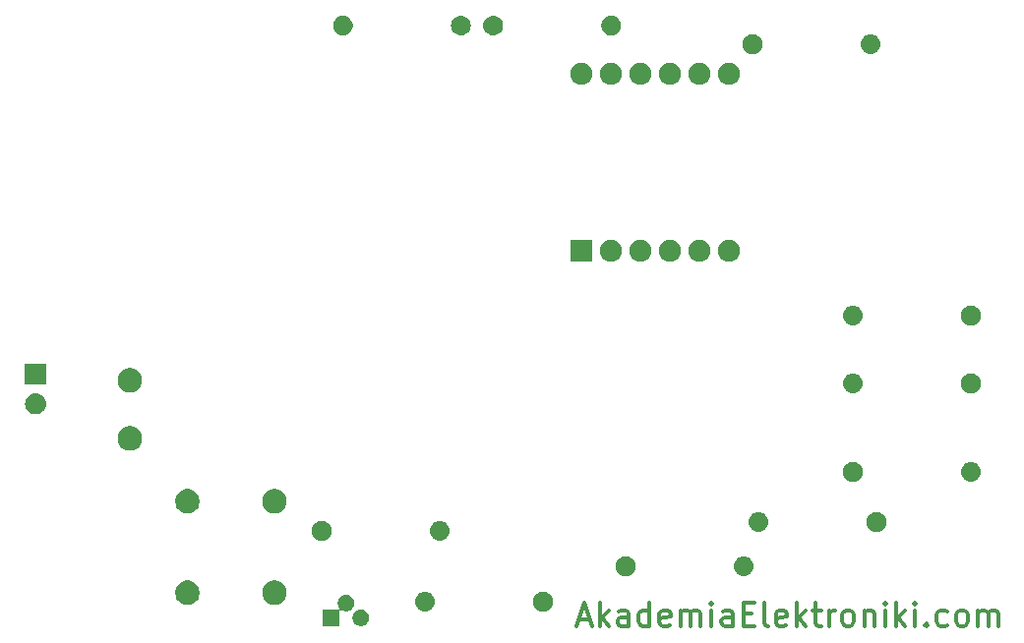
<source format=gbr>
G04 #@! TF.GenerationSoftware,KiCad,Pcbnew,5.1.2-1.fc30*
G04 #@! TF.CreationDate,2019-08-07T12:15:18+02:00*
G04 #@! TF.ProjectId,term,7465726d-2e6b-4696-9361-645f70636258,rev?*
G04 #@! TF.SameCoordinates,Original*
G04 #@! TF.FileFunction,Soldermask,Top*
G04 #@! TF.FilePolarity,Negative*
%FSLAX46Y46*%
G04 Gerber Fmt 4.6, Leading zero omitted, Abs format (unit mm)*
G04 Created by KiCad (PCBNEW 5.1.2-1.fc30) date 2019-08-07 12:15:18*
%MOMM*%
%LPD*%
G04 APERTURE LIST*
%ADD10C,0.300000*%
%ADD11C,0.100000*%
G04 APERTURE END LIST*
D10*
X182904761Y-125733333D02*
X183857142Y-125733333D01*
X182714285Y-126304761D02*
X183380952Y-124304761D01*
X184047619Y-126304761D01*
X184714285Y-126304761D02*
X184714285Y-124304761D01*
X184904761Y-125542857D02*
X185476190Y-126304761D01*
X185476190Y-124971428D02*
X184714285Y-125733333D01*
X187190476Y-126304761D02*
X187190476Y-125257142D01*
X187095238Y-125066666D01*
X186904761Y-124971428D01*
X186523809Y-124971428D01*
X186333333Y-125066666D01*
X187190476Y-126209523D02*
X187000000Y-126304761D01*
X186523809Y-126304761D01*
X186333333Y-126209523D01*
X186238095Y-126019047D01*
X186238095Y-125828571D01*
X186333333Y-125638095D01*
X186523809Y-125542857D01*
X187000000Y-125542857D01*
X187190476Y-125447619D01*
X189000000Y-126304761D02*
X189000000Y-124304761D01*
X189000000Y-126209523D02*
X188809523Y-126304761D01*
X188428571Y-126304761D01*
X188238095Y-126209523D01*
X188142857Y-126114285D01*
X188047619Y-125923809D01*
X188047619Y-125352380D01*
X188142857Y-125161904D01*
X188238095Y-125066666D01*
X188428571Y-124971428D01*
X188809523Y-124971428D01*
X189000000Y-125066666D01*
X190714285Y-126209523D02*
X190523809Y-126304761D01*
X190142857Y-126304761D01*
X189952380Y-126209523D01*
X189857142Y-126019047D01*
X189857142Y-125257142D01*
X189952380Y-125066666D01*
X190142857Y-124971428D01*
X190523809Y-124971428D01*
X190714285Y-125066666D01*
X190809523Y-125257142D01*
X190809523Y-125447619D01*
X189857142Y-125638095D01*
X191666666Y-126304761D02*
X191666666Y-124971428D01*
X191666666Y-125161904D02*
X191761904Y-125066666D01*
X191952380Y-124971428D01*
X192238095Y-124971428D01*
X192428571Y-125066666D01*
X192523809Y-125257142D01*
X192523809Y-126304761D01*
X192523809Y-125257142D02*
X192619047Y-125066666D01*
X192809523Y-124971428D01*
X193095238Y-124971428D01*
X193285714Y-125066666D01*
X193380952Y-125257142D01*
X193380952Y-126304761D01*
X194333333Y-126304761D02*
X194333333Y-124971428D01*
X194333333Y-124304761D02*
X194238095Y-124400000D01*
X194333333Y-124495238D01*
X194428571Y-124400000D01*
X194333333Y-124304761D01*
X194333333Y-124495238D01*
X196142857Y-126304761D02*
X196142857Y-125257142D01*
X196047619Y-125066666D01*
X195857142Y-124971428D01*
X195476190Y-124971428D01*
X195285714Y-125066666D01*
X196142857Y-126209523D02*
X195952380Y-126304761D01*
X195476190Y-126304761D01*
X195285714Y-126209523D01*
X195190476Y-126019047D01*
X195190476Y-125828571D01*
X195285714Y-125638095D01*
X195476190Y-125542857D01*
X195952380Y-125542857D01*
X196142857Y-125447619D01*
X197095238Y-125257142D02*
X197761904Y-125257142D01*
X198047619Y-126304761D02*
X197095238Y-126304761D01*
X197095238Y-124304761D01*
X198047619Y-124304761D01*
X199190476Y-126304761D02*
X199000000Y-126209523D01*
X198904761Y-126019047D01*
X198904761Y-124304761D01*
X200714285Y-126209523D02*
X200523809Y-126304761D01*
X200142857Y-126304761D01*
X199952380Y-126209523D01*
X199857142Y-126019047D01*
X199857142Y-125257142D01*
X199952380Y-125066666D01*
X200142857Y-124971428D01*
X200523809Y-124971428D01*
X200714285Y-125066666D01*
X200809523Y-125257142D01*
X200809523Y-125447619D01*
X199857142Y-125638095D01*
X201666666Y-126304761D02*
X201666666Y-124304761D01*
X201857142Y-125542857D02*
X202428571Y-126304761D01*
X202428571Y-124971428D02*
X201666666Y-125733333D01*
X203000000Y-124971428D02*
X203761904Y-124971428D01*
X203285714Y-124304761D02*
X203285714Y-126019047D01*
X203380952Y-126209523D01*
X203571428Y-126304761D01*
X203761904Y-126304761D01*
X204428571Y-126304761D02*
X204428571Y-124971428D01*
X204428571Y-125352380D02*
X204523809Y-125161904D01*
X204619047Y-125066666D01*
X204809523Y-124971428D01*
X205000000Y-124971428D01*
X205952380Y-126304761D02*
X205761904Y-126209523D01*
X205666666Y-126114285D01*
X205571428Y-125923809D01*
X205571428Y-125352380D01*
X205666666Y-125161904D01*
X205761904Y-125066666D01*
X205952380Y-124971428D01*
X206238095Y-124971428D01*
X206428571Y-125066666D01*
X206523809Y-125161904D01*
X206619047Y-125352380D01*
X206619047Y-125923809D01*
X206523809Y-126114285D01*
X206428571Y-126209523D01*
X206238095Y-126304761D01*
X205952380Y-126304761D01*
X207476190Y-124971428D02*
X207476190Y-126304761D01*
X207476190Y-125161904D02*
X207571428Y-125066666D01*
X207761904Y-124971428D01*
X208047619Y-124971428D01*
X208238095Y-125066666D01*
X208333333Y-125257142D01*
X208333333Y-126304761D01*
X209285714Y-126304761D02*
X209285714Y-124971428D01*
X209285714Y-124304761D02*
X209190476Y-124400000D01*
X209285714Y-124495238D01*
X209380952Y-124400000D01*
X209285714Y-124304761D01*
X209285714Y-124495238D01*
X210238095Y-126304761D02*
X210238095Y-124304761D01*
X210428571Y-125542857D02*
X211000000Y-126304761D01*
X211000000Y-124971428D02*
X210238095Y-125733333D01*
X211857142Y-126304761D02*
X211857142Y-124971428D01*
X211857142Y-124304761D02*
X211761904Y-124400000D01*
X211857142Y-124495238D01*
X211952380Y-124400000D01*
X211857142Y-124304761D01*
X211857142Y-124495238D01*
X212809523Y-126114285D02*
X212904761Y-126209523D01*
X212809523Y-126304761D01*
X212714285Y-126209523D01*
X212809523Y-126114285D01*
X212809523Y-126304761D01*
X214619047Y-126209523D02*
X214428571Y-126304761D01*
X214047619Y-126304761D01*
X213857142Y-126209523D01*
X213761904Y-126114285D01*
X213666666Y-125923809D01*
X213666666Y-125352380D01*
X213761904Y-125161904D01*
X213857142Y-125066666D01*
X214047619Y-124971428D01*
X214428571Y-124971428D01*
X214619047Y-125066666D01*
X215761904Y-126304761D02*
X215571428Y-126209523D01*
X215476190Y-126114285D01*
X215380952Y-125923809D01*
X215380952Y-125352380D01*
X215476190Y-125161904D01*
X215571428Y-125066666D01*
X215761904Y-124971428D01*
X216047619Y-124971428D01*
X216238095Y-125066666D01*
X216333333Y-125161904D01*
X216428571Y-125352380D01*
X216428571Y-125923809D01*
X216333333Y-126114285D01*
X216238095Y-126209523D01*
X216047619Y-126304761D01*
X215761904Y-126304761D01*
X217285714Y-126304761D02*
X217285714Y-124971428D01*
X217285714Y-125161904D02*
X217380952Y-125066666D01*
X217571428Y-124971428D01*
X217857142Y-124971428D01*
X218047619Y-125066666D01*
X218142857Y-125257142D01*
X218142857Y-126304761D01*
X218142857Y-125257142D02*
X218238095Y-125066666D01*
X218428571Y-124971428D01*
X218714285Y-124971428D01*
X218904761Y-125066666D01*
X219000000Y-125257142D01*
X219000000Y-126304761D01*
D11*
G36*
X163074473Y-123655938D02*
G01*
X163202049Y-123708782D01*
X163316859Y-123785495D01*
X163414505Y-123883141D01*
X163491218Y-123997951D01*
X163544062Y-124125527D01*
X163571000Y-124260956D01*
X163571000Y-124399044D01*
X163544062Y-124534473D01*
X163491218Y-124662049D01*
X163414505Y-124776859D01*
X163316859Y-124874505D01*
X163202049Y-124951218D01*
X163074473Y-125004062D01*
X162939044Y-125031000D01*
X162800956Y-125031000D01*
X162665527Y-125004062D01*
X162537951Y-124951218D01*
X162495444Y-124922816D01*
X162473833Y-124911265D01*
X162450384Y-124904152D01*
X162425998Y-124901750D01*
X162401612Y-124904152D01*
X162378163Y-124911265D01*
X162356553Y-124922817D01*
X162337611Y-124938362D01*
X162322066Y-124957304D01*
X162310515Y-124978915D01*
X162303402Y-125002364D01*
X162301000Y-125026749D01*
X162301000Y-126301000D01*
X160899000Y-126301000D01*
X160899000Y-124899000D01*
X162173251Y-124899000D01*
X162197637Y-124896598D01*
X162221086Y-124889485D01*
X162242697Y-124877934D01*
X162261639Y-124862389D01*
X162277184Y-124843447D01*
X162288735Y-124821836D01*
X162295848Y-124798387D01*
X162298250Y-124774001D01*
X162295848Y-124749615D01*
X162288735Y-124726166D01*
X162277184Y-124704556D01*
X162248782Y-124662049D01*
X162195938Y-124534473D01*
X162169000Y-124399044D01*
X162169000Y-124260956D01*
X162195938Y-124125527D01*
X162248782Y-123997951D01*
X162325495Y-123883141D01*
X162423141Y-123785495D01*
X162537951Y-123708782D01*
X162665527Y-123655938D01*
X162800956Y-123629000D01*
X162939044Y-123629000D01*
X163074473Y-123655938D01*
X163074473Y-123655938D01*
G37*
G36*
X164344473Y-124925938D02*
G01*
X164472049Y-124978782D01*
X164586859Y-125055495D01*
X164684505Y-125153141D01*
X164761218Y-125267951D01*
X164814062Y-125395527D01*
X164841000Y-125530956D01*
X164841000Y-125669044D01*
X164814062Y-125804473D01*
X164761218Y-125932049D01*
X164684505Y-126046859D01*
X164586859Y-126144505D01*
X164472049Y-126221218D01*
X164344473Y-126274062D01*
X164209044Y-126301000D01*
X164070956Y-126301000D01*
X163935527Y-126274062D01*
X163807951Y-126221218D01*
X163693141Y-126144505D01*
X163595495Y-126046859D01*
X163518782Y-125932049D01*
X163465938Y-125804473D01*
X163439000Y-125669044D01*
X163439000Y-125530956D01*
X163465938Y-125395527D01*
X163518782Y-125267951D01*
X163595495Y-125153141D01*
X163693141Y-125055495D01*
X163807951Y-124978782D01*
X163935527Y-124925938D01*
X164070956Y-124899000D01*
X164209044Y-124899000D01*
X164344473Y-124925938D01*
X164344473Y-124925938D01*
G37*
G36*
X180080228Y-123387703D02*
G01*
X180235100Y-123451853D01*
X180374481Y-123544985D01*
X180493015Y-123663519D01*
X180586147Y-123802900D01*
X180650297Y-123957772D01*
X180683000Y-124122184D01*
X180683000Y-124289816D01*
X180650297Y-124454228D01*
X180586147Y-124609100D01*
X180493015Y-124748481D01*
X180374481Y-124867015D01*
X180235100Y-124960147D01*
X180080228Y-125024297D01*
X179915816Y-125057000D01*
X179748184Y-125057000D01*
X179583772Y-125024297D01*
X179428900Y-124960147D01*
X179289519Y-124867015D01*
X179170985Y-124748481D01*
X179077853Y-124609100D01*
X179013703Y-124454228D01*
X178981000Y-124289816D01*
X178981000Y-124122184D01*
X179013703Y-123957772D01*
X179077853Y-123802900D01*
X179170985Y-123663519D01*
X179289519Y-123544985D01*
X179428900Y-123451853D01*
X179583772Y-123387703D01*
X179748184Y-123355000D01*
X179915816Y-123355000D01*
X180080228Y-123387703D01*
X180080228Y-123387703D01*
G37*
G36*
X169838823Y-123367313D02*
G01*
X169999242Y-123415976D01*
X170066361Y-123451852D01*
X170147078Y-123494996D01*
X170276659Y-123601341D01*
X170383004Y-123730922D01*
X170383005Y-123730924D01*
X170462024Y-123878758D01*
X170510687Y-124039177D01*
X170527117Y-124206000D01*
X170510687Y-124372823D01*
X170462024Y-124533242D01*
X170421477Y-124609100D01*
X170383004Y-124681078D01*
X170276659Y-124810659D01*
X170147078Y-124917004D01*
X170147076Y-124917005D01*
X169999242Y-124996024D01*
X169999239Y-124996025D01*
X169969380Y-125005083D01*
X169838823Y-125044687D01*
X169713804Y-125057000D01*
X169630196Y-125057000D01*
X169505177Y-125044687D01*
X169374620Y-125005083D01*
X169344761Y-124996025D01*
X169344758Y-124996024D01*
X169196924Y-124917005D01*
X169196922Y-124917004D01*
X169067341Y-124810659D01*
X168960996Y-124681078D01*
X168922523Y-124609100D01*
X168881976Y-124533242D01*
X168833313Y-124372823D01*
X168816883Y-124206000D01*
X168833313Y-124039177D01*
X168881976Y-123878758D01*
X168960995Y-123730924D01*
X168960996Y-123730922D01*
X169067341Y-123601341D01*
X169196922Y-123494996D01*
X169277639Y-123451852D01*
X169344758Y-123415976D01*
X169505177Y-123367313D01*
X169630196Y-123355000D01*
X169713804Y-123355000D01*
X169838823Y-123367313D01*
X169838823Y-123367313D01*
G37*
G36*
X149524564Y-122433389D02*
G01*
X149715833Y-122512615D01*
X149715835Y-122512616D01*
X149887973Y-122627635D01*
X150034365Y-122774027D01*
X150149385Y-122946167D01*
X150228611Y-123137436D01*
X150269000Y-123340484D01*
X150269000Y-123547516D01*
X150228611Y-123750564D01*
X150175511Y-123878758D01*
X150149384Y-123941835D01*
X150034365Y-124113973D01*
X149887973Y-124260365D01*
X149715835Y-124375384D01*
X149715834Y-124375385D01*
X149715833Y-124375385D01*
X149524564Y-124454611D01*
X149321516Y-124495000D01*
X149114484Y-124495000D01*
X148911436Y-124454611D01*
X148720167Y-124375385D01*
X148720166Y-124375385D01*
X148720165Y-124375384D01*
X148548027Y-124260365D01*
X148401635Y-124113973D01*
X148286616Y-123941835D01*
X148260489Y-123878758D01*
X148207389Y-123750564D01*
X148167000Y-123547516D01*
X148167000Y-123340484D01*
X148207389Y-123137436D01*
X148286615Y-122946167D01*
X148401635Y-122774027D01*
X148548027Y-122627635D01*
X148720165Y-122512616D01*
X148720167Y-122512615D01*
X148911436Y-122433389D01*
X149114484Y-122393000D01*
X149321516Y-122393000D01*
X149524564Y-122433389D01*
X149524564Y-122433389D01*
G37*
G36*
X157024564Y-122433389D02*
G01*
X157215833Y-122512615D01*
X157215835Y-122512616D01*
X157387973Y-122627635D01*
X157534365Y-122774027D01*
X157649385Y-122946167D01*
X157728611Y-123137436D01*
X157769000Y-123340484D01*
X157769000Y-123547516D01*
X157728611Y-123750564D01*
X157675511Y-123878758D01*
X157649384Y-123941835D01*
X157534365Y-124113973D01*
X157387973Y-124260365D01*
X157215835Y-124375384D01*
X157215834Y-124375385D01*
X157215833Y-124375385D01*
X157024564Y-124454611D01*
X156821516Y-124495000D01*
X156614484Y-124495000D01*
X156411436Y-124454611D01*
X156220167Y-124375385D01*
X156220166Y-124375385D01*
X156220165Y-124375384D01*
X156048027Y-124260365D01*
X155901635Y-124113973D01*
X155786616Y-123941835D01*
X155760489Y-123878758D01*
X155707389Y-123750564D01*
X155667000Y-123547516D01*
X155667000Y-123340484D01*
X155707389Y-123137436D01*
X155786615Y-122946167D01*
X155901635Y-122774027D01*
X156048027Y-122627635D01*
X156220165Y-122512616D01*
X156220167Y-122512615D01*
X156411436Y-122433389D01*
X156614484Y-122393000D01*
X156821516Y-122393000D01*
X157024564Y-122433389D01*
X157024564Y-122433389D01*
G37*
G36*
X197270823Y-120319313D02*
G01*
X197431242Y-120367976D01*
X197498361Y-120403852D01*
X197579078Y-120446996D01*
X197708659Y-120553341D01*
X197815004Y-120682922D01*
X197815005Y-120682924D01*
X197894024Y-120830758D01*
X197942687Y-120991177D01*
X197959117Y-121158000D01*
X197942687Y-121324823D01*
X197894024Y-121485242D01*
X197853477Y-121561100D01*
X197815004Y-121633078D01*
X197708659Y-121762659D01*
X197579078Y-121869004D01*
X197579076Y-121869005D01*
X197431242Y-121948024D01*
X197270823Y-121996687D01*
X197145804Y-122009000D01*
X197062196Y-122009000D01*
X196937177Y-121996687D01*
X196776758Y-121948024D01*
X196628924Y-121869005D01*
X196628922Y-121869004D01*
X196499341Y-121762659D01*
X196392996Y-121633078D01*
X196354523Y-121561100D01*
X196313976Y-121485242D01*
X196265313Y-121324823D01*
X196248883Y-121158000D01*
X196265313Y-120991177D01*
X196313976Y-120830758D01*
X196392995Y-120682924D01*
X196392996Y-120682922D01*
X196499341Y-120553341D01*
X196628922Y-120446996D01*
X196709639Y-120403852D01*
X196776758Y-120367976D01*
X196937177Y-120319313D01*
X197062196Y-120307000D01*
X197145804Y-120307000D01*
X197270823Y-120319313D01*
X197270823Y-120319313D01*
G37*
G36*
X187192228Y-120339703D02*
G01*
X187347100Y-120403853D01*
X187486481Y-120496985D01*
X187605015Y-120615519D01*
X187698147Y-120754900D01*
X187762297Y-120909772D01*
X187795000Y-121074184D01*
X187795000Y-121241816D01*
X187762297Y-121406228D01*
X187698147Y-121561100D01*
X187605015Y-121700481D01*
X187486481Y-121819015D01*
X187347100Y-121912147D01*
X187192228Y-121976297D01*
X187027816Y-122009000D01*
X186860184Y-122009000D01*
X186695772Y-121976297D01*
X186540900Y-121912147D01*
X186401519Y-121819015D01*
X186282985Y-121700481D01*
X186189853Y-121561100D01*
X186125703Y-121406228D01*
X186093000Y-121241816D01*
X186093000Y-121074184D01*
X186125703Y-120909772D01*
X186189853Y-120754900D01*
X186282985Y-120615519D01*
X186401519Y-120496985D01*
X186540900Y-120403853D01*
X186695772Y-120339703D01*
X186860184Y-120307000D01*
X187027816Y-120307000D01*
X187192228Y-120339703D01*
X187192228Y-120339703D01*
G37*
G36*
X161030228Y-117291703D02*
G01*
X161185100Y-117355853D01*
X161324481Y-117448985D01*
X161443015Y-117567519D01*
X161536147Y-117706900D01*
X161600297Y-117861772D01*
X161633000Y-118026184D01*
X161633000Y-118193816D01*
X161600297Y-118358228D01*
X161536147Y-118513100D01*
X161443015Y-118652481D01*
X161324481Y-118771015D01*
X161185100Y-118864147D01*
X161030228Y-118928297D01*
X160865816Y-118961000D01*
X160698184Y-118961000D01*
X160533772Y-118928297D01*
X160378900Y-118864147D01*
X160239519Y-118771015D01*
X160120985Y-118652481D01*
X160027853Y-118513100D01*
X159963703Y-118358228D01*
X159931000Y-118193816D01*
X159931000Y-118026184D01*
X159963703Y-117861772D01*
X160027853Y-117706900D01*
X160120985Y-117567519D01*
X160239519Y-117448985D01*
X160378900Y-117355853D01*
X160533772Y-117291703D01*
X160698184Y-117259000D01*
X160865816Y-117259000D01*
X161030228Y-117291703D01*
X161030228Y-117291703D01*
G37*
G36*
X171108823Y-117271313D02*
G01*
X171269242Y-117319976D01*
X171336361Y-117355852D01*
X171417078Y-117398996D01*
X171546659Y-117505341D01*
X171653004Y-117634922D01*
X171653005Y-117634924D01*
X171732024Y-117782758D01*
X171780687Y-117943177D01*
X171797117Y-118110000D01*
X171780687Y-118276823D01*
X171732024Y-118437242D01*
X171691477Y-118513100D01*
X171653004Y-118585078D01*
X171546659Y-118714659D01*
X171417078Y-118821004D01*
X171417076Y-118821005D01*
X171269242Y-118900024D01*
X171108823Y-118948687D01*
X170983804Y-118961000D01*
X170900196Y-118961000D01*
X170775177Y-118948687D01*
X170614758Y-118900024D01*
X170466924Y-118821005D01*
X170466922Y-118821004D01*
X170337341Y-118714659D01*
X170230996Y-118585078D01*
X170192523Y-118513100D01*
X170151976Y-118437242D01*
X170103313Y-118276823D01*
X170086883Y-118110000D01*
X170103313Y-117943177D01*
X170151976Y-117782758D01*
X170230995Y-117634924D01*
X170230996Y-117634922D01*
X170337341Y-117505341D01*
X170466922Y-117398996D01*
X170547639Y-117355852D01*
X170614758Y-117319976D01*
X170775177Y-117271313D01*
X170900196Y-117259000D01*
X170983804Y-117259000D01*
X171108823Y-117271313D01*
X171108823Y-117271313D01*
G37*
G36*
X208782228Y-116529703D02*
G01*
X208937100Y-116593853D01*
X209076481Y-116686985D01*
X209195015Y-116805519D01*
X209288147Y-116944900D01*
X209352297Y-117099772D01*
X209385000Y-117264184D01*
X209385000Y-117431816D01*
X209352297Y-117596228D01*
X209288147Y-117751100D01*
X209195015Y-117890481D01*
X209076481Y-118009015D01*
X208937100Y-118102147D01*
X208782228Y-118166297D01*
X208617816Y-118199000D01*
X208450184Y-118199000D01*
X208285772Y-118166297D01*
X208130900Y-118102147D01*
X207991519Y-118009015D01*
X207872985Y-117890481D01*
X207779853Y-117751100D01*
X207715703Y-117596228D01*
X207683000Y-117431816D01*
X207683000Y-117264184D01*
X207715703Y-117099772D01*
X207779853Y-116944900D01*
X207872985Y-116805519D01*
X207991519Y-116686985D01*
X208130900Y-116593853D01*
X208285772Y-116529703D01*
X208450184Y-116497000D01*
X208617816Y-116497000D01*
X208782228Y-116529703D01*
X208782228Y-116529703D01*
G37*
G36*
X198540823Y-116509313D02*
G01*
X198701242Y-116557976D01*
X198768361Y-116593852D01*
X198849078Y-116636996D01*
X198978659Y-116743341D01*
X199085004Y-116872922D01*
X199085005Y-116872924D01*
X199164024Y-117020758D01*
X199212687Y-117181177D01*
X199229117Y-117348000D01*
X199212687Y-117514823D01*
X199164024Y-117675242D01*
X199123477Y-117751100D01*
X199085004Y-117823078D01*
X198978659Y-117952659D01*
X198849078Y-118059004D01*
X198849076Y-118059005D01*
X198701242Y-118138024D01*
X198540823Y-118186687D01*
X198415804Y-118199000D01*
X198332196Y-118199000D01*
X198207177Y-118186687D01*
X198046758Y-118138024D01*
X197898924Y-118059005D01*
X197898922Y-118059004D01*
X197769341Y-117952659D01*
X197662996Y-117823078D01*
X197624523Y-117751100D01*
X197583976Y-117675242D01*
X197535313Y-117514823D01*
X197518883Y-117348000D01*
X197535313Y-117181177D01*
X197583976Y-117020758D01*
X197662995Y-116872924D01*
X197662996Y-116872922D01*
X197769341Y-116743341D01*
X197898922Y-116636996D01*
X197979639Y-116593852D01*
X198046758Y-116557976D01*
X198207177Y-116509313D01*
X198332196Y-116497000D01*
X198415804Y-116497000D01*
X198540823Y-116509313D01*
X198540823Y-116509313D01*
G37*
G36*
X157024564Y-114559389D02*
G01*
X157215833Y-114638615D01*
X157215835Y-114638616D01*
X157387973Y-114753635D01*
X157534365Y-114900027D01*
X157649385Y-115072167D01*
X157728611Y-115263436D01*
X157769000Y-115466484D01*
X157769000Y-115673516D01*
X157728611Y-115876564D01*
X157649385Y-116067833D01*
X157649384Y-116067835D01*
X157534365Y-116239973D01*
X157387973Y-116386365D01*
X157215835Y-116501384D01*
X157215834Y-116501385D01*
X157215833Y-116501385D01*
X157024564Y-116580611D01*
X156821516Y-116621000D01*
X156614484Y-116621000D01*
X156411436Y-116580611D01*
X156220167Y-116501385D01*
X156220166Y-116501385D01*
X156220165Y-116501384D01*
X156048027Y-116386365D01*
X155901635Y-116239973D01*
X155786616Y-116067835D01*
X155786615Y-116067833D01*
X155707389Y-115876564D01*
X155667000Y-115673516D01*
X155667000Y-115466484D01*
X155707389Y-115263436D01*
X155786615Y-115072167D01*
X155901635Y-114900027D01*
X156048027Y-114753635D01*
X156220165Y-114638616D01*
X156220167Y-114638615D01*
X156411436Y-114559389D01*
X156614484Y-114519000D01*
X156821516Y-114519000D01*
X157024564Y-114559389D01*
X157024564Y-114559389D01*
G37*
G36*
X149524564Y-114559389D02*
G01*
X149715833Y-114638615D01*
X149715835Y-114638616D01*
X149887973Y-114753635D01*
X150034365Y-114900027D01*
X150149385Y-115072167D01*
X150228611Y-115263436D01*
X150269000Y-115466484D01*
X150269000Y-115673516D01*
X150228611Y-115876564D01*
X150149385Y-116067833D01*
X150149384Y-116067835D01*
X150034365Y-116239973D01*
X149887973Y-116386365D01*
X149715835Y-116501384D01*
X149715834Y-116501385D01*
X149715833Y-116501385D01*
X149524564Y-116580611D01*
X149321516Y-116621000D01*
X149114484Y-116621000D01*
X148911436Y-116580611D01*
X148720167Y-116501385D01*
X148720166Y-116501385D01*
X148720165Y-116501384D01*
X148548027Y-116386365D01*
X148401635Y-116239973D01*
X148286616Y-116067835D01*
X148286615Y-116067833D01*
X148207389Y-115876564D01*
X148167000Y-115673516D01*
X148167000Y-115466484D01*
X148207389Y-115263436D01*
X148286615Y-115072167D01*
X148401635Y-114900027D01*
X148548027Y-114753635D01*
X148720165Y-114638616D01*
X148720167Y-114638615D01*
X148911436Y-114559389D01*
X149114484Y-114519000D01*
X149321516Y-114519000D01*
X149524564Y-114559389D01*
X149524564Y-114559389D01*
G37*
G36*
X206750228Y-112211703D02*
G01*
X206905100Y-112275853D01*
X207044481Y-112368985D01*
X207163015Y-112487519D01*
X207256147Y-112626900D01*
X207320297Y-112781772D01*
X207353000Y-112946184D01*
X207353000Y-113113816D01*
X207320297Y-113278228D01*
X207256147Y-113433100D01*
X207163015Y-113572481D01*
X207044481Y-113691015D01*
X206905100Y-113784147D01*
X206750228Y-113848297D01*
X206585816Y-113881000D01*
X206418184Y-113881000D01*
X206253772Y-113848297D01*
X206098900Y-113784147D01*
X205959519Y-113691015D01*
X205840985Y-113572481D01*
X205747853Y-113433100D01*
X205683703Y-113278228D01*
X205651000Y-113113816D01*
X205651000Y-112946184D01*
X205683703Y-112781772D01*
X205747853Y-112626900D01*
X205840985Y-112487519D01*
X205959519Y-112368985D01*
X206098900Y-112275853D01*
X206253772Y-112211703D01*
X206418184Y-112179000D01*
X206585816Y-112179000D01*
X206750228Y-112211703D01*
X206750228Y-112211703D01*
G37*
G36*
X216828823Y-112191313D02*
G01*
X216989242Y-112239976D01*
X217056361Y-112275852D01*
X217137078Y-112318996D01*
X217266659Y-112425341D01*
X217373004Y-112554922D01*
X217373005Y-112554924D01*
X217452024Y-112702758D01*
X217500687Y-112863177D01*
X217517117Y-113030000D01*
X217500687Y-113196823D01*
X217452024Y-113357242D01*
X217411477Y-113433100D01*
X217373004Y-113505078D01*
X217266659Y-113634659D01*
X217137078Y-113741004D01*
X217137076Y-113741005D01*
X216989242Y-113820024D01*
X216828823Y-113868687D01*
X216703804Y-113881000D01*
X216620196Y-113881000D01*
X216495177Y-113868687D01*
X216334758Y-113820024D01*
X216186924Y-113741005D01*
X216186922Y-113741004D01*
X216057341Y-113634659D01*
X215950996Y-113505078D01*
X215912523Y-113433100D01*
X215871976Y-113357242D01*
X215823313Y-113196823D01*
X215806883Y-113030000D01*
X215823313Y-112863177D01*
X215871976Y-112702758D01*
X215950995Y-112554924D01*
X215950996Y-112554922D01*
X216057341Y-112425341D01*
X216186922Y-112318996D01*
X216267639Y-112275852D01*
X216334758Y-112239976D01*
X216495177Y-112191313D01*
X216620196Y-112179000D01*
X216703804Y-112179000D01*
X216828823Y-112191313D01*
X216828823Y-112191313D01*
G37*
G36*
X144578564Y-109145389D02*
G01*
X144769833Y-109224615D01*
X144769835Y-109224616D01*
X144941973Y-109339635D01*
X145088365Y-109486027D01*
X145203385Y-109658167D01*
X145282611Y-109849436D01*
X145323000Y-110052484D01*
X145323000Y-110259516D01*
X145282611Y-110462564D01*
X145203385Y-110653833D01*
X145203384Y-110653835D01*
X145088365Y-110825973D01*
X144941973Y-110972365D01*
X144769835Y-111087384D01*
X144769834Y-111087385D01*
X144769833Y-111087385D01*
X144578564Y-111166611D01*
X144375516Y-111207000D01*
X144168484Y-111207000D01*
X143965436Y-111166611D01*
X143774167Y-111087385D01*
X143774166Y-111087385D01*
X143774165Y-111087384D01*
X143602027Y-110972365D01*
X143455635Y-110825973D01*
X143340616Y-110653835D01*
X143340615Y-110653833D01*
X143261389Y-110462564D01*
X143221000Y-110259516D01*
X143221000Y-110052484D01*
X143261389Y-109849436D01*
X143340615Y-109658167D01*
X143455635Y-109486027D01*
X143602027Y-109339635D01*
X143774165Y-109224616D01*
X143774167Y-109224615D01*
X143965436Y-109145389D01*
X144168484Y-109105000D01*
X144375516Y-109105000D01*
X144578564Y-109145389D01*
X144578564Y-109145389D01*
G37*
G36*
X136254442Y-106293518D02*
G01*
X136320627Y-106300037D01*
X136490466Y-106351557D01*
X136646991Y-106435222D01*
X136682729Y-106464552D01*
X136784186Y-106547814D01*
X136867448Y-106649271D01*
X136896778Y-106685009D01*
X136980443Y-106841534D01*
X137031963Y-107011373D01*
X137049359Y-107188000D01*
X137031963Y-107364627D01*
X136980443Y-107534466D01*
X136896778Y-107690991D01*
X136867448Y-107726729D01*
X136784186Y-107828186D01*
X136682729Y-107911448D01*
X136646991Y-107940778D01*
X136490466Y-108024443D01*
X136320627Y-108075963D01*
X136254442Y-108082482D01*
X136188260Y-108089000D01*
X136099740Y-108089000D01*
X136033558Y-108082482D01*
X135967373Y-108075963D01*
X135797534Y-108024443D01*
X135641009Y-107940778D01*
X135605271Y-107911448D01*
X135503814Y-107828186D01*
X135420552Y-107726729D01*
X135391222Y-107690991D01*
X135307557Y-107534466D01*
X135256037Y-107364627D01*
X135238641Y-107188000D01*
X135256037Y-107011373D01*
X135307557Y-106841534D01*
X135391222Y-106685009D01*
X135420552Y-106649271D01*
X135503814Y-106547814D01*
X135605271Y-106464552D01*
X135641009Y-106435222D01*
X135797534Y-106351557D01*
X135967373Y-106300037D01*
X136033558Y-106293518D01*
X136099740Y-106287000D01*
X136188260Y-106287000D01*
X136254442Y-106293518D01*
X136254442Y-106293518D01*
G37*
G36*
X216910228Y-104591703D02*
G01*
X217065100Y-104655853D01*
X217204481Y-104748985D01*
X217323015Y-104867519D01*
X217416147Y-105006900D01*
X217480297Y-105161772D01*
X217513000Y-105326184D01*
X217513000Y-105493816D01*
X217480297Y-105658228D01*
X217416147Y-105813100D01*
X217323015Y-105952481D01*
X217204481Y-106071015D01*
X217065100Y-106164147D01*
X216910228Y-106228297D01*
X216745816Y-106261000D01*
X216578184Y-106261000D01*
X216413772Y-106228297D01*
X216258900Y-106164147D01*
X216119519Y-106071015D01*
X216000985Y-105952481D01*
X215907853Y-105813100D01*
X215843703Y-105658228D01*
X215811000Y-105493816D01*
X215811000Y-105326184D01*
X215843703Y-105161772D01*
X215907853Y-105006900D01*
X216000985Y-104867519D01*
X216119519Y-104748985D01*
X216258900Y-104655853D01*
X216413772Y-104591703D01*
X216578184Y-104559000D01*
X216745816Y-104559000D01*
X216910228Y-104591703D01*
X216910228Y-104591703D01*
G37*
G36*
X206668823Y-104571313D02*
G01*
X206829242Y-104619976D01*
X206900692Y-104658167D01*
X206977078Y-104698996D01*
X207106659Y-104805341D01*
X207213004Y-104934922D01*
X207213005Y-104934924D01*
X207292024Y-105082758D01*
X207340687Y-105243177D01*
X207357117Y-105410000D01*
X207340687Y-105576823D01*
X207292024Y-105737242D01*
X207251477Y-105813100D01*
X207213004Y-105885078D01*
X207106659Y-106014659D01*
X206977078Y-106121004D01*
X206977076Y-106121005D01*
X206829242Y-106200024D01*
X206668823Y-106248687D01*
X206543804Y-106261000D01*
X206460196Y-106261000D01*
X206335177Y-106248687D01*
X206174758Y-106200024D01*
X206026924Y-106121005D01*
X206026922Y-106121004D01*
X205897341Y-106014659D01*
X205790996Y-105885078D01*
X205752523Y-105813100D01*
X205711976Y-105737242D01*
X205663313Y-105576823D01*
X205646883Y-105410000D01*
X205663313Y-105243177D01*
X205711976Y-105082758D01*
X205790995Y-104934924D01*
X205790996Y-104934922D01*
X205897341Y-104805341D01*
X206026922Y-104698996D01*
X206103308Y-104658167D01*
X206174758Y-104619976D01*
X206335177Y-104571313D01*
X206460196Y-104559000D01*
X206543804Y-104559000D01*
X206668823Y-104571313D01*
X206668823Y-104571313D01*
G37*
G36*
X144578564Y-104145389D02*
G01*
X144769833Y-104224615D01*
X144769835Y-104224616D01*
X144941973Y-104339635D01*
X145088365Y-104486027D01*
X145201839Y-104655852D01*
X145203385Y-104658167D01*
X145282611Y-104849436D01*
X145323000Y-105052484D01*
X145323000Y-105259516D01*
X145282611Y-105462564D01*
X145203385Y-105653833D01*
X145203384Y-105653835D01*
X145088365Y-105825973D01*
X144941973Y-105972365D01*
X144769835Y-106087384D01*
X144769834Y-106087385D01*
X144769833Y-106087385D01*
X144578564Y-106166611D01*
X144375516Y-106207000D01*
X144168484Y-106207000D01*
X143965436Y-106166611D01*
X143774167Y-106087385D01*
X143774166Y-106087385D01*
X143774165Y-106087384D01*
X143602027Y-105972365D01*
X143455635Y-105825973D01*
X143340616Y-105653835D01*
X143340615Y-105653833D01*
X143261389Y-105462564D01*
X143221000Y-105259516D01*
X143221000Y-105052484D01*
X143261389Y-104849436D01*
X143340615Y-104658167D01*
X143342162Y-104655852D01*
X143455635Y-104486027D01*
X143602027Y-104339635D01*
X143774165Y-104224616D01*
X143774167Y-104224615D01*
X143965436Y-104145389D01*
X144168484Y-104105000D01*
X144375516Y-104105000D01*
X144578564Y-104145389D01*
X144578564Y-104145389D01*
G37*
G36*
X137045000Y-105549000D02*
G01*
X135243000Y-105549000D01*
X135243000Y-103747000D01*
X137045000Y-103747000D01*
X137045000Y-105549000D01*
X137045000Y-105549000D01*
G37*
G36*
X206668823Y-98729313D02*
G01*
X206829242Y-98777976D01*
X206896361Y-98813852D01*
X206977078Y-98856996D01*
X207106659Y-98963341D01*
X207213004Y-99092922D01*
X207213005Y-99092924D01*
X207292024Y-99240758D01*
X207340687Y-99401177D01*
X207357117Y-99568000D01*
X207340687Y-99734823D01*
X207292024Y-99895242D01*
X207251477Y-99971100D01*
X207213004Y-100043078D01*
X207106659Y-100172659D01*
X206977078Y-100279004D01*
X206977076Y-100279005D01*
X206829242Y-100358024D01*
X206668823Y-100406687D01*
X206543804Y-100419000D01*
X206460196Y-100419000D01*
X206335177Y-100406687D01*
X206174758Y-100358024D01*
X206026924Y-100279005D01*
X206026922Y-100279004D01*
X205897341Y-100172659D01*
X205790996Y-100043078D01*
X205752523Y-99971100D01*
X205711976Y-99895242D01*
X205663313Y-99734823D01*
X205646883Y-99568000D01*
X205663313Y-99401177D01*
X205711976Y-99240758D01*
X205790995Y-99092924D01*
X205790996Y-99092922D01*
X205897341Y-98963341D01*
X206026922Y-98856996D01*
X206107639Y-98813852D01*
X206174758Y-98777976D01*
X206335177Y-98729313D01*
X206460196Y-98717000D01*
X206543804Y-98717000D01*
X206668823Y-98729313D01*
X206668823Y-98729313D01*
G37*
G36*
X216910228Y-98749703D02*
G01*
X217065100Y-98813853D01*
X217204481Y-98906985D01*
X217323015Y-99025519D01*
X217416147Y-99164900D01*
X217480297Y-99319772D01*
X217513000Y-99484184D01*
X217513000Y-99651816D01*
X217480297Y-99816228D01*
X217416147Y-99971100D01*
X217323015Y-100110481D01*
X217204481Y-100229015D01*
X217065100Y-100322147D01*
X216910228Y-100386297D01*
X216745816Y-100419000D01*
X216578184Y-100419000D01*
X216413772Y-100386297D01*
X216258900Y-100322147D01*
X216119519Y-100229015D01*
X216000985Y-100110481D01*
X215907853Y-99971100D01*
X215843703Y-99816228D01*
X215811000Y-99651816D01*
X215811000Y-99484184D01*
X215843703Y-99319772D01*
X215907853Y-99164900D01*
X216000985Y-99025519D01*
X216119519Y-98906985D01*
X216258900Y-98813853D01*
X216413772Y-98749703D01*
X216578184Y-98717000D01*
X216745816Y-98717000D01*
X216910228Y-98749703D01*
X216910228Y-98749703D01*
G37*
G36*
X196111395Y-93065546D02*
G01*
X196284466Y-93137234D01*
X196284467Y-93137235D01*
X196440227Y-93241310D01*
X196572690Y-93373773D01*
X196572691Y-93373775D01*
X196676766Y-93529534D01*
X196748454Y-93702605D01*
X196785000Y-93886333D01*
X196785000Y-94073667D01*
X196748454Y-94257395D01*
X196676766Y-94430466D01*
X196676765Y-94430467D01*
X196572690Y-94586227D01*
X196440227Y-94718690D01*
X196361818Y-94771081D01*
X196284466Y-94822766D01*
X196111395Y-94894454D01*
X195927667Y-94931000D01*
X195740333Y-94931000D01*
X195556605Y-94894454D01*
X195383534Y-94822766D01*
X195306182Y-94771081D01*
X195227773Y-94718690D01*
X195095310Y-94586227D01*
X194991235Y-94430467D01*
X194991234Y-94430466D01*
X194919546Y-94257395D01*
X194883000Y-94073667D01*
X194883000Y-93886333D01*
X194919546Y-93702605D01*
X194991234Y-93529534D01*
X195095309Y-93373775D01*
X195095310Y-93373773D01*
X195227773Y-93241310D01*
X195383533Y-93137235D01*
X195383534Y-93137234D01*
X195556605Y-93065546D01*
X195740333Y-93029000D01*
X195927667Y-93029000D01*
X196111395Y-93065546D01*
X196111395Y-93065546D01*
G37*
G36*
X193571395Y-93065546D02*
G01*
X193744466Y-93137234D01*
X193744467Y-93137235D01*
X193900227Y-93241310D01*
X194032690Y-93373773D01*
X194032691Y-93373775D01*
X194136766Y-93529534D01*
X194208454Y-93702605D01*
X194245000Y-93886333D01*
X194245000Y-94073667D01*
X194208454Y-94257395D01*
X194136766Y-94430466D01*
X194136765Y-94430467D01*
X194032690Y-94586227D01*
X193900227Y-94718690D01*
X193821818Y-94771081D01*
X193744466Y-94822766D01*
X193571395Y-94894454D01*
X193387667Y-94931000D01*
X193200333Y-94931000D01*
X193016605Y-94894454D01*
X192843534Y-94822766D01*
X192766182Y-94771081D01*
X192687773Y-94718690D01*
X192555310Y-94586227D01*
X192451235Y-94430467D01*
X192451234Y-94430466D01*
X192379546Y-94257395D01*
X192343000Y-94073667D01*
X192343000Y-93886333D01*
X192379546Y-93702605D01*
X192451234Y-93529534D01*
X192555309Y-93373775D01*
X192555310Y-93373773D01*
X192687773Y-93241310D01*
X192843533Y-93137235D01*
X192843534Y-93137234D01*
X193016605Y-93065546D01*
X193200333Y-93029000D01*
X193387667Y-93029000D01*
X193571395Y-93065546D01*
X193571395Y-93065546D01*
G37*
G36*
X191031395Y-93065546D02*
G01*
X191204466Y-93137234D01*
X191204467Y-93137235D01*
X191360227Y-93241310D01*
X191492690Y-93373773D01*
X191492691Y-93373775D01*
X191596766Y-93529534D01*
X191668454Y-93702605D01*
X191705000Y-93886333D01*
X191705000Y-94073667D01*
X191668454Y-94257395D01*
X191596766Y-94430466D01*
X191596765Y-94430467D01*
X191492690Y-94586227D01*
X191360227Y-94718690D01*
X191281818Y-94771081D01*
X191204466Y-94822766D01*
X191031395Y-94894454D01*
X190847667Y-94931000D01*
X190660333Y-94931000D01*
X190476605Y-94894454D01*
X190303534Y-94822766D01*
X190226182Y-94771081D01*
X190147773Y-94718690D01*
X190015310Y-94586227D01*
X189911235Y-94430467D01*
X189911234Y-94430466D01*
X189839546Y-94257395D01*
X189803000Y-94073667D01*
X189803000Y-93886333D01*
X189839546Y-93702605D01*
X189911234Y-93529534D01*
X190015309Y-93373775D01*
X190015310Y-93373773D01*
X190147773Y-93241310D01*
X190303533Y-93137235D01*
X190303534Y-93137234D01*
X190476605Y-93065546D01*
X190660333Y-93029000D01*
X190847667Y-93029000D01*
X191031395Y-93065546D01*
X191031395Y-93065546D01*
G37*
G36*
X188491395Y-93065546D02*
G01*
X188664466Y-93137234D01*
X188664467Y-93137235D01*
X188820227Y-93241310D01*
X188952690Y-93373773D01*
X188952691Y-93373775D01*
X189056766Y-93529534D01*
X189128454Y-93702605D01*
X189165000Y-93886333D01*
X189165000Y-94073667D01*
X189128454Y-94257395D01*
X189056766Y-94430466D01*
X189056765Y-94430467D01*
X188952690Y-94586227D01*
X188820227Y-94718690D01*
X188741818Y-94771081D01*
X188664466Y-94822766D01*
X188491395Y-94894454D01*
X188307667Y-94931000D01*
X188120333Y-94931000D01*
X187936605Y-94894454D01*
X187763534Y-94822766D01*
X187686182Y-94771081D01*
X187607773Y-94718690D01*
X187475310Y-94586227D01*
X187371235Y-94430467D01*
X187371234Y-94430466D01*
X187299546Y-94257395D01*
X187263000Y-94073667D01*
X187263000Y-93886333D01*
X187299546Y-93702605D01*
X187371234Y-93529534D01*
X187475309Y-93373775D01*
X187475310Y-93373773D01*
X187607773Y-93241310D01*
X187763533Y-93137235D01*
X187763534Y-93137234D01*
X187936605Y-93065546D01*
X188120333Y-93029000D01*
X188307667Y-93029000D01*
X188491395Y-93065546D01*
X188491395Y-93065546D01*
G37*
G36*
X185951395Y-93065546D02*
G01*
X186124466Y-93137234D01*
X186124467Y-93137235D01*
X186280227Y-93241310D01*
X186412690Y-93373773D01*
X186412691Y-93373775D01*
X186516766Y-93529534D01*
X186588454Y-93702605D01*
X186625000Y-93886333D01*
X186625000Y-94073667D01*
X186588454Y-94257395D01*
X186516766Y-94430466D01*
X186516765Y-94430467D01*
X186412690Y-94586227D01*
X186280227Y-94718690D01*
X186201818Y-94771081D01*
X186124466Y-94822766D01*
X185951395Y-94894454D01*
X185767667Y-94931000D01*
X185580333Y-94931000D01*
X185396605Y-94894454D01*
X185223534Y-94822766D01*
X185146182Y-94771081D01*
X185067773Y-94718690D01*
X184935310Y-94586227D01*
X184831235Y-94430467D01*
X184831234Y-94430466D01*
X184759546Y-94257395D01*
X184723000Y-94073667D01*
X184723000Y-93886333D01*
X184759546Y-93702605D01*
X184831234Y-93529534D01*
X184935309Y-93373775D01*
X184935310Y-93373773D01*
X185067773Y-93241310D01*
X185223533Y-93137235D01*
X185223534Y-93137234D01*
X185396605Y-93065546D01*
X185580333Y-93029000D01*
X185767667Y-93029000D01*
X185951395Y-93065546D01*
X185951395Y-93065546D01*
G37*
G36*
X184085000Y-94931000D02*
G01*
X182183000Y-94931000D01*
X182183000Y-93029000D01*
X184085000Y-93029000D01*
X184085000Y-94931000D01*
X184085000Y-94931000D01*
G37*
G36*
X196111395Y-77825546D02*
G01*
X196284466Y-77897234D01*
X196284467Y-77897235D01*
X196440227Y-78001310D01*
X196572690Y-78133773D01*
X196572691Y-78133775D01*
X196676766Y-78289534D01*
X196748454Y-78462605D01*
X196785000Y-78646333D01*
X196785000Y-78833667D01*
X196748454Y-79017395D01*
X196676766Y-79190466D01*
X196676765Y-79190467D01*
X196572690Y-79346227D01*
X196440227Y-79478690D01*
X196361818Y-79531081D01*
X196284466Y-79582766D01*
X196111395Y-79654454D01*
X195927667Y-79691000D01*
X195740333Y-79691000D01*
X195556605Y-79654454D01*
X195383534Y-79582766D01*
X195306182Y-79531081D01*
X195227773Y-79478690D01*
X195095310Y-79346227D01*
X194991235Y-79190467D01*
X194991234Y-79190466D01*
X194919546Y-79017395D01*
X194883000Y-78833667D01*
X194883000Y-78646333D01*
X194919546Y-78462605D01*
X194991234Y-78289534D01*
X195095309Y-78133775D01*
X195095310Y-78133773D01*
X195227773Y-78001310D01*
X195383533Y-77897235D01*
X195383534Y-77897234D01*
X195556605Y-77825546D01*
X195740333Y-77789000D01*
X195927667Y-77789000D01*
X196111395Y-77825546D01*
X196111395Y-77825546D01*
G37*
G36*
X183411395Y-77825546D02*
G01*
X183584466Y-77897234D01*
X183584467Y-77897235D01*
X183740227Y-78001310D01*
X183872690Y-78133773D01*
X183872691Y-78133775D01*
X183976766Y-78289534D01*
X184048454Y-78462605D01*
X184085000Y-78646333D01*
X184085000Y-78833667D01*
X184048454Y-79017395D01*
X183976766Y-79190466D01*
X183976765Y-79190467D01*
X183872690Y-79346227D01*
X183740227Y-79478690D01*
X183661818Y-79531081D01*
X183584466Y-79582766D01*
X183411395Y-79654454D01*
X183227667Y-79691000D01*
X183040333Y-79691000D01*
X182856605Y-79654454D01*
X182683534Y-79582766D01*
X182606182Y-79531081D01*
X182527773Y-79478690D01*
X182395310Y-79346227D01*
X182291235Y-79190467D01*
X182291234Y-79190466D01*
X182219546Y-79017395D01*
X182183000Y-78833667D01*
X182183000Y-78646333D01*
X182219546Y-78462605D01*
X182291234Y-78289534D01*
X182395309Y-78133775D01*
X182395310Y-78133773D01*
X182527773Y-78001310D01*
X182683533Y-77897235D01*
X182683534Y-77897234D01*
X182856605Y-77825546D01*
X183040333Y-77789000D01*
X183227667Y-77789000D01*
X183411395Y-77825546D01*
X183411395Y-77825546D01*
G37*
G36*
X191031395Y-77825546D02*
G01*
X191204466Y-77897234D01*
X191204467Y-77897235D01*
X191360227Y-78001310D01*
X191492690Y-78133773D01*
X191492691Y-78133775D01*
X191596766Y-78289534D01*
X191668454Y-78462605D01*
X191705000Y-78646333D01*
X191705000Y-78833667D01*
X191668454Y-79017395D01*
X191596766Y-79190466D01*
X191596765Y-79190467D01*
X191492690Y-79346227D01*
X191360227Y-79478690D01*
X191281818Y-79531081D01*
X191204466Y-79582766D01*
X191031395Y-79654454D01*
X190847667Y-79691000D01*
X190660333Y-79691000D01*
X190476605Y-79654454D01*
X190303534Y-79582766D01*
X190226182Y-79531081D01*
X190147773Y-79478690D01*
X190015310Y-79346227D01*
X189911235Y-79190467D01*
X189911234Y-79190466D01*
X189839546Y-79017395D01*
X189803000Y-78833667D01*
X189803000Y-78646333D01*
X189839546Y-78462605D01*
X189911234Y-78289534D01*
X190015309Y-78133775D01*
X190015310Y-78133773D01*
X190147773Y-78001310D01*
X190303533Y-77897235D01*
X190303534Y-77897234D01*
X190476605Y-77825546D01*
X190660333Y-77789000D01*
X190847667Y-77789000D01*
X191031395Y-77825546D01*
X191031395Y-77825546D01*
G37*
G36*
X188491395Y-77825546D02*
G01*
X188664466Y-77897234D01*
X188664467Y-77897235D01*
X188820227Y-78001310D01*
X188952690Y-78133773D01*
X188952691Y-78133775D01*
X189056766Y-78289534D01*
X189128454Y-78462605D01*
X189165000Y-78646333D01*
X189165000Y-78833667D01*
X189128454Y-79017395D01*
X189056766Y-79190466D01*
X189056765Y-79190467D01*
X188952690Y-79346227D01*
X188820227Y-79478690D01*
X188741818Y-79531081D01*
X188664466Y-79582766D01*
X188491395Y-79654454D01*
X188307667Y-79691000D01*
X188120333Y-79691000D01*
X187936605Y-79654454D01*
X187763534Y-79582766D01*
X187686182Y-79531081D01*
X187607773Y-79478690D01*
X187475310Y-79346227D01*
X187371235Y-79190467D01*
X187371234Y-79190466D01*
X187299546Y-79017395D01*
X187263000Y-78833667D01*
X187263000Y-78646333D01*
X187299546Y-78462605D01*
X187371234Y-78289534D01*
X187475309Y-78133775D01*
X187475310Y-78133773D01*
X187607773Y-78001310D01*
X187763533Y-77897235D01*
X187763534Y-77897234D01*
X187936605Y-77825546D01*
X188120333Y-77789000D01*
X188307667Y-77789000D01*
X188491395Y-77825546D01*
X188491395Y-77825546D01*
G37*
G36*
X193571395Y-77825546D02*
G01*
X193744466Y-77897234D01*
X193744467Y-77897235D01*
X193900227Y-78001310D01*
X194032690Y-78133773D01*
X194032691Y-78133775D01*
X194136766Y-78289534D01*
X194208454Y-78462605D01*
X194245000Y-78646333D01*
X194245000Y-78833667D01*
X194208454Y-79017395D01*
X194136766Y-79190466D01*
X194136765Y-79190467D01*
X194032690Y-79346227D01*
X193900227Y-79478690D01*
X193821818Y-79531081D01*
X193744466Y-79582766D01*
X193571395Y-79654454D01*
X193387667Y-79691000D01*
X193200333Y-79691000D01*
X193016605Y-79654454D01*
X192843534Y-79582766D01*
X192766182Y-79531081D01*
X192687773Y-79478690D01*
X192555310Y-79346227D01*
X192451235Y-79190467D01*
X192451234Y-79190466D01*
X192379546Y-79017395D01*
X192343000Y-78833667D01*
X192343000Y-78646333D01*
X192379546Y-78462605D01*
X192451234Y-78289534D01*
X192555309Y-78133775D01*
X192555310Y-78133773D01*
X192687773Y-78001310D01*
X192843533Y-77897235D01*
X192843534Y-77897234D01*
X193016605Y-77825546D01*
X193200333Y-77789000D01*
X193387667Y-77789000D01*
X193571395Y-77825546D01*
X193571395Y-77825546D01*
G37*
G36*
X185951395Y-77825546D02*
G01*
X186124466Y-77897234D01*
X186124467Y-77897235D01*
X186280227Y-78001310D01*
X186412690Y-78133773D01*
X186412691Y-78133775D01*
X186516766Y-78289534D01*
X186588454Y-78462605D01*
X186625000Y-78646333D01*
X186625000Y-78833667D01*
X186588454Y-79017395D01*
X186516766Y-79190466D01*
X186516765Y-79190467D01*
X186412690Y-79346227D01*
X186280227Y-79478690D01*
X186201818Y-79531081D01*
X186124466Y-79582766D01*
X185951395Y-79654454D01*
X185767667Y-79691000D01*
X185580333Y-79691000D01*
X185396605Y-79654454D01*
X185223534Y-79582766D01*
X185146182Y-79531081D01*
X185067773Y-79478690D01*
X184935310Y-79346227D01*
X184831235Y-79190467D01*
X184831234Y-79190466D01*
X184759546Y-79017395D01*
X184723000Y-78833667D01*
X184723000Y-78646333D01*
X184759546Y-78462605D01*
X184831234Y-78289534D01*
X184935309Y-78133775D01*
X184935310Y-78133773D01*
X185067773Y-78001310D01*
X185223533Y-77897235D01*
X185223534Y-77897234D01*
X185396605Y-77825546D01*
X185580333Y-77789000D01*
X185767667Y-77789000D01*
X185951395Y-77825546D01*
X185951395Y-77825546D01*
G37*
G36*
X198114228Y-75381703D02*
G01*
X198269100Y-75445853D01*
X198408481Y-75538985D01*
X198527015Y-75657519D01*
X198620147Y-75796900D01*
X198684297Y-75951772D01*
X198717000Y-76116184D01*
X198717000Y-76283816D01*
X198684297Y-76448228D01*
X198620147Y-76603100D01*
X198527015Y-76742481D01*
X198408481Y-76861015D01*
X198269100Y-76954147D01*
X198114228Y-77018297D01*
X197949816Y-77051000D01*
X197782184Y-77051000D01*
X197617772Y-77018297D01*
X197462900Y-76954147D01*
X197323519Y-76861015D01*
X197204985Y-76742481D01*
X197111853Y-76603100D01*
X197047703Y-76448228D01*
X197015000Y-76283816D01*
X197015000Y-76116184D01*
X197047703Y-75951772D01*
X197111853Y-75796900D01*
X197204985Y-75657519D01*
X197323519Y-75538985D01*
X197462900Y-75445853D01*
X197617772Y-75381703D01*
X197782184Y-75349000D01*
X197949816Y-75349000D01*
X198114228Y-75381703D01*
X198114228Y-75381703D01*
G37*
G36*
X208192823Y-75361313D02*
G01*
X208353242Y-75409976D01*
X208406956Y-75438687D01*
X208501078Y-75488996D01*
X208630659Y-75595341D01*
X208737004Y-75724922D01*
X208737005Y-75724924D01*
X208816024Y-75872758D01*
X208864687Y-76033177D01*
X208881117Y-76200000D01*
X208864687Y-76366823D01*
X208816024Y-76527242D01*
X208775477Y-76603100D01*
X208737004Y-76675078D01*
X208630659Y-76804659D01*
X208501078Y-76911004D01*
X208501076Y-76911005D01*
X208353242Y-76990024D01*
X208192823Y-77038687D01*
X208067804Y-77051000D01*
X207984196Y-77051000D01*
X207859177Y-77038687D01*
X207698758Y-76990024D01*
X207550924Y-76911005D01*
X207550922Y-76911004D01*
X207421341Y-76804659D01*
X207314996Y-76675078D01*
X207276523Y-76603100D01*
X207235976Y-76527242D01*
X207187313Y-76366823D01*
X207170883Y-76200000D01*
X207187313Y-76033177D01*
X207235976Y-75872758D01*
X207314995Y-75724924D01*
X207314996Y-75724922D01*
X207421341Y-75595341D01*
X207550922Y-75488996D01*
X207645044Y-75438687D01*
X207698758Y-75409976D01*
X207859177Y-75361313D01*
X207984196Y-75349000D01*
X208067804Y-75349000D01*
X208192823Y-75361313D01*
X208192823Y-75361313D01*
G37*
G36*
X185948228Y-73781703D02*
G01*
X186103100Y-73845853D01*
X186242481Y-73938985D01*
X186361015Y-74057519D01*
X186454147Y-74196900D01*
X186518297Y-74351772D01*
X186551000Y-74516184D01*
X186551000Y-74683816D01*
X186518297Y-74848228D01*
X186454147Y-75003100D01*
X186361015Y-75142481D01*
X186242481Y-75261015D01*
X186103100Y-75354147D01*
X185948228Y-75418297D01*
X185783816Y-75451000D01*
X185616184Y-75451000D01*
X185451772Y-75418297D01*
X185296900Y-75354147D01*
X185157519Y-75261015D01*
X185038985Y-75142481D01*
X184945853Y-75003100D01*
X184881703Y-74848228D01*
X184849000Y-74683816D01*
X184849000Y-74516184D01*
X184881703Y-74351772D01*
X184945853Y-74196900D01*
X185038985Y-74057519D01*
X185157519Y-73938985D01*
X185296900Y-73845853D01*
X185451772Y-73781703D01*
X185616184Y-73749000D01*
X185783816Y-73749000D01*
X185948228Y-73781703D01*
X185948228Y-73781703D01*
G37*
G36*
X175706823Y-73761313D02*
G01*
X175867242Y-73809976D01*
X175934361Y-73845852D01*
X176015078Y-73888996D01*
X176144659Y-73995341D01*
X176251004Y-74124922D01*
X176251005Y-74124924D01*
X176330024Y-74272758D01*
X176378687Y-74433177D01*
X176395117Y-74600000D01*
X176378687Y-74766823D01*
X176330024Y-74927242D01*
X176289477Y-75003100D01*
X176251004Y-75075078D01*
X176144659Y-75204659D01*
X176015078Y-75311004D01*
X176015076Y-75311005D01*
X175867242Y-75390024D01*
X175706823Y-75438687D01*
X175581804Y-75451000D01*
X175498196Y-75451000D01*
X175373177Y-75438687D01*
X175212758Y-75390024D01*
X175064924Y-75311005D01*
X175064922Y-75311004D01*
X174935341Y-75204659D01*
X174828996Y-75075078D01*
X174790523Y-75003100D01*
X174749976Y-74927242D01*
X174701313Y-74766823D01*
X174684883Y-74600000D01*
X174701313Y-74433177D01*
X174749976Y-74272758D01*
X174828995Y-74124924D01*
X174828996Y-74124922D01*
X174935341Y-73995341D01*
X175064922Y-73888996D01*
X175145639Y-73845852D01*
X175212758Y-73809976D01*
X175373177Y-73761313D01*
X175498196Y-73749000D01*
X175581804Y-73749000D01*
X175706823Y-73761313D01*
X175706823Y-73761313D01*
G37*
G36*
X162848228Y-73781703D02*
G01*
X163003100Y-73845853D01*
X163142481Y-73938985D01*
X163261015Y-74057519D01*
X163354147Y-74196900D01*
X163418297Y-74351772D01*
X163451000Y-74516184D01*
X163451000Y-74683816D01*
X163418297Y-74848228D01*
X163354147Y-75003100D01*
X163261015Y-75142481D01*
X163142481Y-75261015D01*
X163003100Y-75354147D01*
X162848228Y-75418297D01*
X162683816Y-75451000D01*
X162516184Y-75451000D01*
X162351772Y-75418297D01*
X162196900Y-75354147D01*
X162057519Y-75261015D01*
X161938985Y-75142481D01*
X161845853Y-75003100D01*
X161781703Y-74848228D01*
X161749000Y-74683816D01*
X161749000Y-74516184D01*
X161781703Y-74351772D01*
X161845853Y-74196900D01*
X161938985Y-74057519D01*
X162057519Y-73938985D01*
X162196900Y-73845853D01*
X162351772Y-73781703D01*
X162516184Y-73749000D01*
X162683816Y-73749000D01*
X162848228Y-73781703D01*
X162848228Y-73781703D01*
G37*
G36*
X172926823Y-73761313D02*
G01*
X173087242Y-73809976D01*
X173154361Y-73845852D01*
X173235078Y-73888996D01*
X173364659Y-73995341D01*
X173471004Y-74124922D01*
X173471005Y-74124924D01*
X173550024Y-74272758D01*
X173598687Y-74433177D01*
X173615117Y-74600000D01*
X173598687Y-74766823D01*
X173550024Y-74927242D01*
X173509477Y-75003100D01*
X173471004Y-75075078D01*
X173364659Y-75204659D01*
X173235078Y-75311004D01*
X173235076Y-75311005D01*
X173087242Y-75390024D01*
X172926823Y-75438687D01*
X172801804Y-75451000D01*
X172718196Y-75451000D01*
X172593177Y-75438687D01*
X172432758Y-75390024D01*
X172284924Y-75311005D01*
X172284922Y-75311004D01*
X172155341Y-75204659D01*
X172048996Y-75075078D01*
X172010523Y-75003100D01*
X171969976Y-74927242D01*
X171921313Y-74766823D01*
X171904883Y-74600000D01*
X171921313Y-74433177D01*
X171969976Y-74272758D01*
X172048995Y-74124924D01*
X172048996Y-74124922D01*
X172155341Y-73995341D01*
X172284922Y-73888996D01*
X172365639Y-73845852D01*
X172432758Y-73809976D01*
X172593177Y-73761313D01*
X172718196Y-73749000D01*
X172801804Y-73749000D01*
X172926823Y-73761313D01*
X172926823Y-73761313D01*
G37*
M02*

</source>
